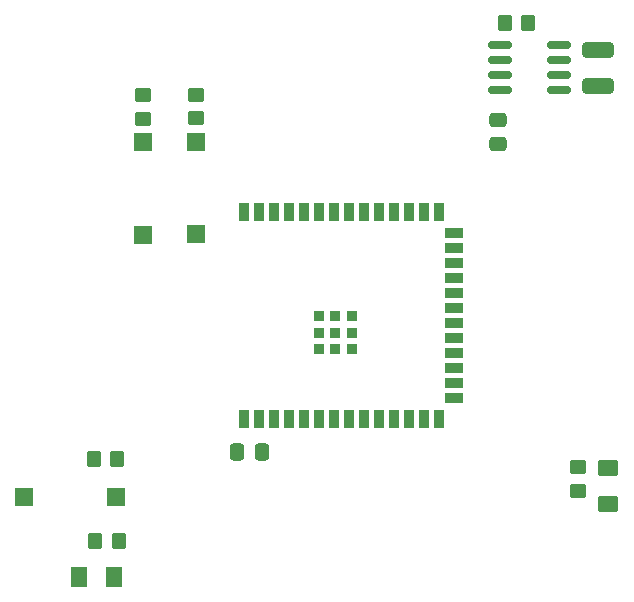
<source format=gbr>
%TF.GenerationSoftware,KiCad,Pcbnew,6.0.11+dfsg-1~bpo11+1*%
%TF.CreationDate,2023-05-15T10:42:25+02:00*%
%TF.ProjectId,dvert_12,64766572-745f-4313-922e-6b696361645f,rev?*%
%TF.SameCoordinates,Original*%
%TF.FileFunction,Paste,Top*%
%TF.FilePolarity,Positive*%
%FSLAX46Y46*%
G04 Gerber Fmt 4.6, Leading zero omitted, Abs format (unit mm)*
G04 Created by KiCad (PCBNEW 6.0.11+dfsg-1~bpo11+1) date 2023-05-15 10:42:25*
%MOMM*%
%LPD*%
G01*
G04 APERTURE LIST*
G04 Aperture macros list*
%AMRoundRect*
0 Rectangle with rounded corners*
0 $1 Rounding radius*
0 $2 $3 $4 $5 $6 $7 $8 $9 X,Y pos of 4 corners*
0 Add a 4 corners polygon primitive as box body*
4,1,4,$2,$3,$4,$5,$6,$7,$8,$9,$2,$3,0*
0 Add four circle primitives for the rounded corners*
1,1,$1+$1,$2,$3*
1,1,$1+$1,$4,$5*
1,1,$1+$1,$6,$7*
1,1,$1+$1,$8,$9*
0 Add four rect primitives between the rounded corners*
20,1,$1+$1,$2,$3,$4,$5,0*
20,1,$1+$1,$4,$5,$6,$7,0*
20,1,$1+$1,$6,$7,$8,$9,0*
20,1,$1+$1,$8,$9,$2,$3,0*%
G04 Aperture macros list end*
%ADD10RoundRect,0.250000X0.450000X-0.350000X0.450000X0.350000X-0.450000X0.350000X-0.450000X-0.350000X0*%
%ADD11RoundRect,0.150000X-0.825000X-0.150000X0.825000X-0.150000X0.825000X0.150000X-0.825000X0.150000X0*%
%ADD12RoundRect,0.250000X0.350000X0.450000X-0.350000X0.450000X-0.350000X-0.450000X0.350000X-0.450000X0*%
%ADD13R,0.900000X1.500000*%
%ADD14R,1.500000X0.900000*%
%ADD15R,0.900000X0.900000*%
%ADD16RoundRect,0.250000X-1.075000X0.400000X-1.075000X-0.400000X1.075000X-0.400000X1.075000X0.400000X0*%
%ADD17RoundRect,0.250000X-0.337500X-0.475000X0.337500X-0.475000X0.337500X0.475000X-0.337500X0.475000X0*%
%ADD18RoundRect,0.250000X0.475000X-0.337500X0.475000X0.337500X-0.475000X0.337500X-0.475000X-0.337500X0*%
%ADD19RoundRect,0.250001X-0.462499X-0.624999X0.462499X-0.624999X0.462499X0.624999X-0.462499X0.624999X0*%
%ADD20R,1.500000X1.500000*%
%ADD21RoundRect,0.250000X-0.450000X0.350000X-0.450000X-0.350000X0.450000X-0.350000X0.450000X0.350000X0*%
%ADD22RoundRect,0.250001X0.624999X-0.462499X0.624999X0.462499X-0.624999X0.462499X-0.624999X-0.462499X0*%
G04 APERTURE END LIST*
D10*
%TO.C,R2*%
X128590000Y-79630000D03*
X128590000Y-77630000D03*
%TD*%
D11*
%TO.C,U2*%
X158825000Y-73395000D03*
X158825000Y-74665000D03*
X158825000Y-75935000D03*
X158825000Y-77205000D03*
X163775000Y-77205000D03*
X163775000Y-75935000D03*
X163775000Y-74665000D03*
X163775000Y-73395000D03*
%TD*%
D12*
%TO.C,R3*%
X126410000Y-108470000D03*
X124410000Y-108470000D03*
%TD*%
D13*
%TO.C,U1*%
X137120000Y-105030000D03*
X138390000Y-105030000D03*
X139660000Y-105030000D03*
X140930000Y-105030000D03*
X142200000Y-105030000D03*
X143470000Y-105030000D03*
X144740000Y-105030000D03*
X146010000Y-105030000D03*
X147280000Y-105030000D03*
X148550000Y-105030000D03*
X149820000Y-105030000D03*
X151090000Y-105030000D03*
X152360000Y-105030000D03*
X153630000Y-105030000D03*
D14*
X154880000Y-103265000D03*
X154880000Y-101995000D03*
X154880000Y-100725000D03*
X154880000Y-99455000D03*
X154880000Y-98185000D03*
X154880000Y-96915000D03*
X154880000Y-95645000D03*
X154880000Y-94375000D03*
X154880000Y-93105000D03*
X154880000Y-91835000D03*
X154880000Y-90565000D03*
X154880000Y-89295000D03*
D13*
X153630000Y-87530000D03*
X152360000Y-87530000D03*
X151090000Y-87530000D03*
X149820000Y-87530000D03*
X148550000Y-87530000D03*
X147280000Y-87530000D03*
X146010000Y-87530000D03*
X144740000Y-87530000D03*
X143470000Y-87530000D03*
X142200000Y-87530000D03*
X140930000Y-87530000D03*
X139660000Y-87530000D03*
X138390000Y-87530000D03*
X137120000Y-87530000D03*
D15*
X144840000Y-97780000D03*
X144840000Y-99180000D03*
X143440000Y-97780000D03*
X146240000Y-96380000D03*
X146240000Y-97780000D03*
X143440000Y-99180000D03*
X146240000Y-99180000D03*
X143440000Y-96380000D03*
X144840000Y-96380000D03*
%TD*%
D16*
%TO.C,R11*%
X167100000Y-73800000D03*
X167100000Y-76900000D03*
%TD*%
D17*
%TO.C,C1*%
X136555000Y-107820000D03*
X138630000Y-107820000D03*
%TD*%
D18*
%TO.C,C2*%
X158610000Y-81815000D03*
X158610000Y-79740000D03*
%TD*%
D19*
%TO.C,D1*%
X123175000Y-118470000D03*
X126150000Y-118470000D03*
%TD*%
D20*
%TO.C,SW2*%
X128590000Y-89450000D03*
X128590000Y-81650000D03*
%TD*%
%TO.C,SW1*%
X133040000Y-89440000D03*
X133040000Y-81640000D03*
%TD*%
D10*
%TO.C,R1*%
X133030000Y-79610000D03*
X133030000Y-77610000D03*
%TD*%
D21*
%TO.C,R9*%
X165430000Y-109150000D03*
X165430000Y-111150000D03*
%TD*%
D22*
%TO.C,D2*%
X167980000Y-112225000D03*
X167980000Y-109250000D03*
%TD*%
D12*
%TO.C,R8*%
X126520000Y-115410000D03*
X124520000Y-115410000D03*
%TD*%
D20*
%TO.C,SW3*%
X118500000Y-111700000D03*
X126300000Y-111700000D03*
%TD*%
D12*
%TO.C,R10*%
X161200000Y-71500000D03*
X159200000Y-71500000D03*
%TD*%
M02*

</source>
